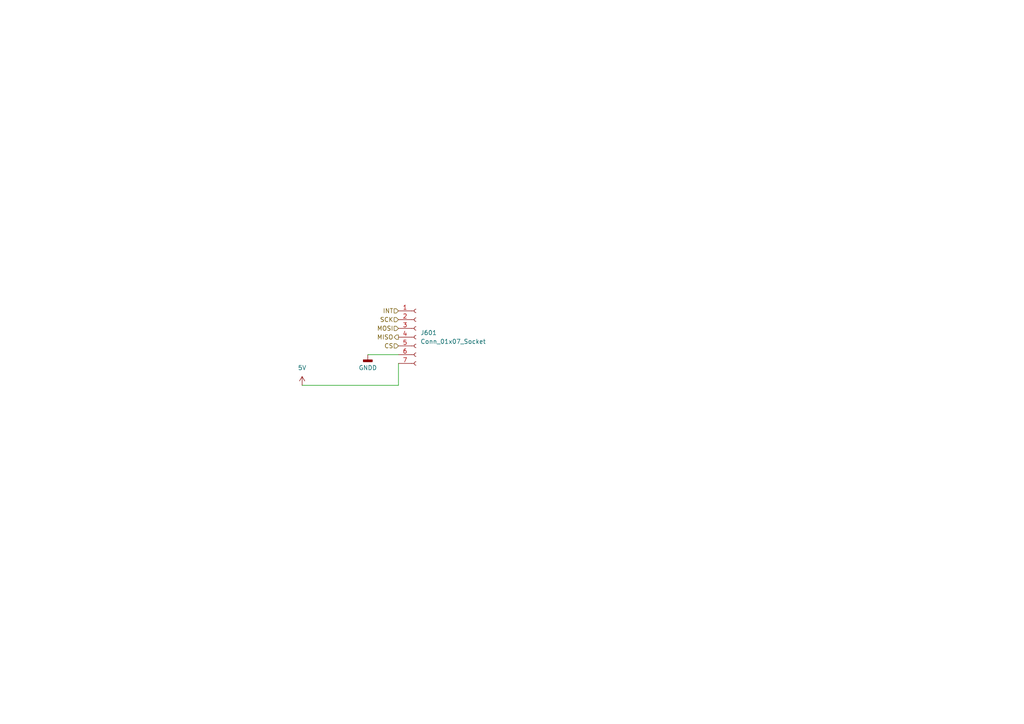
<source format=kicad_sch>
(kicad_sch (version 20231120) (generator "eeschema") (generator_version "8.0")
  (paper "A4")
  (lib_symbols
    (symbol "Connector:Conn_01x07_Socket" (pin_names (offset 1.016) hide)
      (property "Reference" "J" (at 0 10.16 0))
      (property "Value" "Conn_01x07_Socket" (at 0 -10.16 0))
      (symbol "Conn_01x07_Socket_1_1"
        (arc (start 0 -7.112) (mid -0.5058 -7.62) (end 0 -8.128) (stroke (width 0.1524)))
        (arc (start 0 -4.572) (mid -0.5058 -5.08) (end 0 -5.588) (stroke (width 0.1524)))
        (arc (start 0 -2.032) (mid -0.5058 -2.54) (end 0 -3.048) (stroke (width 0.1524)))
        (polyline (pts (xy -1.27 -7.62) (xy -0.508 -7.62)) (stroke (width 0.1524)))
        (polyline (pts (xy -1.27 -5.08) (xy -0.508 -5.08)) (stroke (width 0.1524)))
        (polyline (pts (xy -1.27 -2.54) (xy -0.508 -2.54)) (stroke (width 0.1524)))
        (polyline (pts (xy -1.27 0) (xy -0.508 0)) (stroke (width 0.1524)))
        (polyline (pts (xy -1.27 2.54) (xy -0.508 2.54)) (stroke (width 0.1524)))
        (polyline (pts (xy -1.27 5.08) (xy -0.508 5.08)) (stroke (width 0.1524)))
        (polyline (pts (xy -1.27 7.62) (xy -0.508 7.62)) (stroke (width 0.1524)))
        (arc (start 0 0.508) (mid -0.5058 0) (end 0 -0.508) (stroke (width 0.1524)))
        (arc (start 0 3.048) (mid -0.5058 2.54) (end 0 2.032) (stroke (width 0.1524)))
        (arc (start 0 5.588) (mid -0.5058 5.08) (end 0 4.572) (stroke (width 0.1524)))
        (arc (start 0 8.128) (mid -0.5058 7.62) (end 0 7.112) (stroke (width 0.1524)))
        (pin passive line (at -5.08 7.62 0) (length 3.81) (name "Pin_1") (number "1"))
        (pin passive line (at -5.08 5.08 0) (length 3.81) (name "Pin_2") (number "2"))
        (pin passive line (at -5.08 2.54 0) (length 3.81) (name "Pin_3") (number "3"))
        (pin passive line (at -5.08 0 0) (length 3.81) (name "Pin_4") (number "4"))
        (pin passive line (at -5.08 -2.54 0) (length 3.81) (name "Pin_5") (number "5"))
        (pin passive line (at -5.08 -5.08 0) (length 3.81) (name "Pin_6") (number "6"))
        (pin passive line (at -5.08 -7.62 0) (length 3.81) (name "Pin_7") (number "7"))
      )
    )
    (symbol "power:+5V" (power) (pin_numbers hide) (pin_names (offset 0) hide)
      (property "Value" "+5V" (at 0 3.556 0))
      (symbol "+5V_0_1"
        (polyline (pts (xy -0.762 1.27) (xy 0 2.54)))
        (polyline (pts (xy 0 0) (xy 0 2.54)))
        (polyline (pts (xy 0 2.54) (xy 0.762 1.27)))
      )
      (symbol "+5V_1_1"
        (pin power_in line (at 0 0 90) (length 0) (name "~") (number "1"))
      )
    )
    (symbol "power:GNDD" (power) (pin_numbers hide) (pin_names (offset 0) hide)
      (property "Value" "GNDD" (at 0 -3.175 0))
      (symbol "GNDD_0_1"
        (rectangle (start -1.27 -1.524) (end 1.27 -2.032) (stroke (width 0.254)) (fill (type outline)))
        (polyline (pts (xy 0 0) (xy 0 -1.524)))
      )
      (symbol "GNDD_1_1"
        (pin power_in line (at 0 0 270) (length 0) (name "~") (number "1"))
      )
    )
  )
  (wire (pts (xy 106.68 102.87) (xy 115.57 102.87)))
  (wire (pts (xy 115.57 111.76) (xy 115.57 105.41)))
  (wire (pts (xy 87.63 111.76) (xy 115.57 111.76)))
  (hierarchical_label "INT" (shape input) (at 115.57 90.17 180))
  (hierarchical_label "CS" (shape input) (at 115.57 100.33 180))
  (hierarchical_label "MOSI" (shape input) (at 115.57 95.25 180))
  (hierarchical_label "SCK" (shape input) (at 115.57 92.71 180))
  (hierarchical_label "MISO" (shape output) (at 115.57 97.79 180))
  (symbol (lib_id "Connector:Conn_01x07_Socket") (at 120.65 97.79 0) (unit 1)
    (property "Reference" "J601" (at 121.92 96.5199 0) (effects (justify left)))
    (property "Value" "Conn_01x07_Socket" (at 121.92 99.0599 0) (effects (justify left)))
    (property "Footprint" "Connector_PinHeader_2.54mm:PinHeader_1x07_P2.54mm_Vertical" (effects (hide yes)))
    (property "Description" "Generic connector, single row, 01x07, script generated" (effects (hide yes)))
  )
  (symbol (lib_id "power:GNDD") (at 106.68 102.87 0) (unit 1)
    (property "Reference" "#PWR0601" (effects (hide yes)))
    (property "Value" "GNDD" (at 106.68 106.68 0))
    (property "Description" "Power symbol creates a global label with name \"GNDD\" , digital ground" (effects (hide yes)))
  )
  (symbol (lib_id "power:+5V") (at 87.63 111.76 0) (unit 1)
    (property "Reference" "#PWR0602" (effects (hide yes)))
    (property "Value" "5V" (at 87.63 106.68 0))
    (property "Description" "Power symbol creates a global label with name \"+5V\"" (effects (hide yes)))
  )
)
</source>
